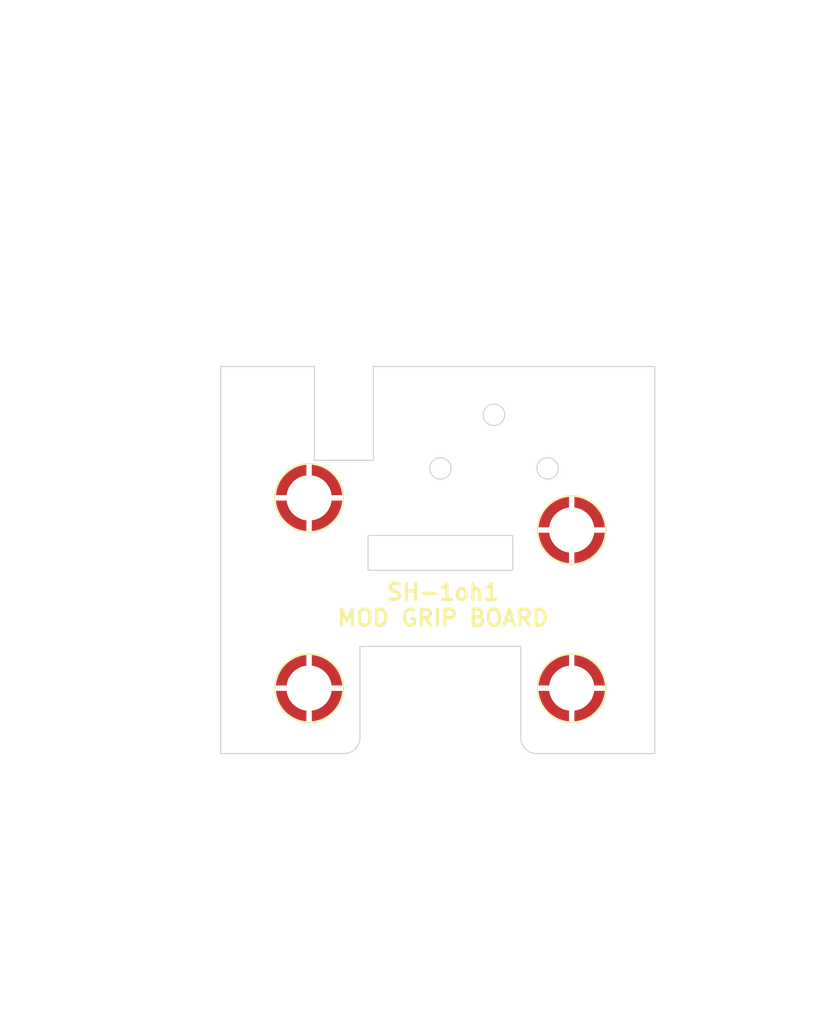
<source format=kicad_pcb>
(kicad_pcb (version 20211014) (generator pcbnew)
  (layers (0 "F.Cu" signal) (31 "B.Cu" signal) (34 "B.Paste" user) (35 "F.Paste" user) (36 "B.SilkS" user "B.Silkscreen") (37 "F.SilkS" user "F.Silkscreen") (38 "B.Mask" user) (39 "F.Mask" user) (44 "Edge.Cuts" user))
  (net 0 "")
  (footprint "MyModules:SMTSO3060CTJ" (layer "F.Cu") (at 8.25 30)
    (fp_text reference "SP2" hide)
    (fp_text value "SMTSO3015CTJ")
    (fp_poly (pts (xy -0.248598 -2.094863) (xy -0.338504 -2.082094) (xy -0.427131 -2.065627) (xy -0.514399 -2.045543) (xy -0.600227 -2.021922) (xy -0.684534 -1.994845) (xy -0.76724 -1.964393) (xy -0.848264 -1.930647) (xy -0.927526 -1.893686) (xy -1.004944 -1.853592) (xy -1.080438 -1.810445) (xy -1.153928 -1.764326) (xy -1.225333 -1.715316) (xy -1.294572 -1.663495) (xy -1.361565 -1.608943) (xy -1.426231 -1.551742) (xy -1.488489 -1.491972) (xy -1.548258 -1.429714) (xy -1.605459 -1.365048) (xy -1.66001 -1.298055) (xy -1.711831 -1.228816) (xy -1.760842 -1.15741) (xy -1.80696 -1.08392) (xy -1.850107 -1.008425) (xy -1.890201 -0.931007) (xy -1.927161 -0.851745) (xy -1.960907 -0.77072) (xy -1.991359 -0.688014) (xy -2.018435 -0.603706) (xy -2.042056 -0.517878) (xy -2.06214 -0.430609) (xy -2.078606 -0.341981) (xy -2.091375 -0.252075) (xy -3.087698 -0.252075) (xy -3.07304 -0.393091) (xy -3.052199 -0.532139) (xy -3.025316 -0.669076) (xy -2.992532 -0.803764) (xy -2.953985 -0.93606) (xy -2.909818 -1.065826) (xy -2.86017 -1.19292) (xy -2.805182 -1.317202) (xy -2.744994 -1.438531) (xy -2.679747 -1.556767) (xy -2.609581 -1.67177) (xy -2.534637 -1.783399) (xy -2.455055 -1.891514) (xy -2.370976 -1.995974) (xy -2.282539 -2.096639) (xy -2.189886 -2.193368) (xy -2.093157 -2.286021) (xy -1.992493 -2.374458) (xy -1.888033 -2.458537) (xy -1.779918 -2.538119) (xy -1.668289 -2.613063) (xy -1.553286 -2.683229) (xy -1.43505 -2.748476) (xy -1.313721 -2.808664) (xy -1.189439 -2.863652) (xy -1.062345 -2.9133) (xy -0.93258 -2.957467) (xy -0.800283 -2.996013) (xy -0.665596 -3.028798) (xy -0.528659 -3.05568) (xy -0.389611 -3.076521) (xy -0.248594 -3.091178)) (layer "F.Cu") (width 0) (fill solid))
    (fp_poly (pts (xy 3.076102 0.389182) (xy 3.055281 0.528249) (xy 3.028416 0.665206) (xy 2.995648 0.799914) (xy 2.957117 0.932231) (xy 2.912963 1.062016) (xy 2.863326 1.189131) (xy 2.808349 1.313433) (xy 2.74817 1.434783) (xy 2.68293 1.55304) (xy 2.61277 1.668064) (xy 2.53783 1.779713) (xy 2.458251 1.887848) (xy 2.374174 1.992328) (xy 2.285738 2.093013) (xy 2.193084 2.189761) (xy 2.096353 2.282433) (xy 1.995685 2.370887) (xy 1.891221 2.454985) (xy 1.7831 2.534584) (xy 1.671465 2.609544) (xy 1.556454 2.679725) (xy 1.438209 2.744987) (xy 1.31687 2.805189) (xy 1.192578 2.86019) (xy 1.065473 2.90985) (xy 0.935695 2.954028) (xy 0.803385 2.992584) (xy 0.668683 3.025378) (xy 0.531731 3.052268) (xy 0.392668 3.073114) (xy 0.251635 3.087777) (xy 0.251638 2.090943) (xy 0.341544 2.078174) (xy 0.430172 2.061707) (xy 0.517439 2.041623) (xy 0.603267 2.018002) (xy 0.687574 1.990925) (xy 0.77028 1.960473) (xy 0.851304 1.926727) (xy 0.930566 1.889766) (xy 1.007984 1.849672) (xy 1.083478 1.806525) (xy 1.156968 1.760406) (xy 1.228373 1.711396) (xy 1.297612 1.659575) (xy 1.364605 1.605023) (xy 1.429271 1.547822) (xy 1.491529 1.488052) (xy 1.551298 1.425794) (xy 1.608499 1.361128) (xy 1.66305 1.294135) (xy 1.714871 1.224895) (xy 1.763882 1.15349) (xy 1.81 1.08) (xy 1.853147 1.004505) (xy 1.893241 0.927086) (xy 1.930201 0.847825) (xy 1.963947 0.7668) (xy 1.994399 0.684094) (xy 2.021476 0.599786) (xy 2.045096 0.513957) (xy 2.06518 0.426689) (xy 2.081647 0.338061) (xy 2.094415 0.248154) (xy 3.090738 0.248147)) (layer "F.Cu") (width 0) (fill solid))
    (fp_poly (pts (xy 0.392668 -3.077028) (xy 0.531731 -3.056182) (xy 0.668683 -3.029292) (xy 0.803385 -2.996499) (xy 0.935695 -2.957944) (xy 1.065473 -2.913767) (xy 1.192578 -2.864107) (xy 1.31687 -2.809107) (xy 1.438209 -2.748906) (xy 1.556454 -2.683645) (xy 1.671465 -2.613464) (xy 1.7831 -2.538504) (xy 1.891221 -2.458906) (xy 1.995685 -2.374809) (xy 2.096353 -2.286355) (xy 2.193084 -2.193684) (xy 2.285738 -2.096936) (xy 2.374174 -1.996252) (xy 2.458251 -1.891773) (xy 2.53783 -1.783638) (xy 2.61277 -1.671989) (xy 2.68293 -1.556966) (xy 2.74817 -1.438709) (xy 2.808349 -1.31736) (xy 2.863326 -1.193058) (xy 2.912963 -1.065943) (xy 2.957117 -0.936158) (xy 2.995648 -0.803841) (xy 3.028416 -0.669134) (xy 3.055281 -0.532177) (xy 3.076102 -0.39311) (xy 3.090738 -0.252075) (xy 2.094415 -0.252082) (xy 2.081646 -0.341988) (xy 2.065179 -0.430615) (xy 2.045095 -0.517883) (xy 2.021474 -0.603711) (xy 1.994398 -0.688018) (xy 1.963946 -0.770724) (xy 1.930199 -0.851748) (xy 1.893238 -0.93101) (xy 1.853144 -1.008428) (xy 1.809998 -1.083922) (xy 1.763879 -1.157412) (xy 1.714869 -1.228817) (xy 1.663047 -1.298056) (xy 1.608496 -1.365049) (xy 1.551295 -1.429714) (xy 1.491525 -1.491972) (xy 1.429267 -1.551742) (xy 1.364602 -1.608943) (xy 1.297609 -1.663494) (xy 1.22837 -1.715315) (xy 1.156965 -1.764325) (xy 1.083475 -1.810443) (xy 1.00798 -1.853589) (xy 0.930562 -1.893683) (xy 0.851301 -1.930643) (xy 0.770277 -1.964389) (xy 0.687571 -1.994841) (xy 0.603263 -2.021917) (xy 0.517436 -2.045537) (xy 0.430168 -2.065621) (xy 0.34154 -2.082087) (xy 0.251635 -2.094856) (xy 0.251635 -3.091689)) (layer "F.Cu") (width 0) (fill solid))
    (fp_poly (pts (xy -2.091375 0.248162) (xy -2.078606 0.338068) (xy -2.062139 0.426695) (xy -2.042055 0.513963) (xy -2.018434 0.599791) (xy -1.991358 0.684098) (xy -1.960906 0.766804) (xy -1.927159 0.847828) (xy -1.890198 0.92709) (xy -1.850104 1.004508) (xy -1.806958 1.080002) (xy -1.760839 1.153492) (xy -1.711829 1.224897) (xy -1.660007 1.294136) (xy -1.605456 1.361129) (xy -1.548255 1.425794) (xy -1.488485 1.488052) (xy -1.426227 1.547822) (xy -1.361561 1.605022) (xy -1.294569 1.659574) (xy -1.22533 1.711394) (xy -1.153925 1.760404) (xy -1.080435 1.806523) (xy -1.00494 1.849669) (xy -0.927522 1.889763) (xy -0.84826 1.926723) (xy -0.767236 1.960469) (xy -0.684531 1.990921) (xy -0.600223 2.017997) (xy -0.514395 2.041617) (xy -0.427128 2.061701) (xy -0.3385 2.078167) (xy -0.248594 2.090935) (xy -0.248594 3.087258) (xy -0.389611 3.0726) (xy -0.528659 3.051759) (xy -0.665596 3.024876) (xy -0.800283 2.992091) (xy -0.93258 2.953544) (xy -1.062345 2.909377) (xy -1.189439 2.859729) (xy -1.313721 2.804741) (xy -1.43505 2.744553) (xy -1.553286 2.679306) (xy -1.668289 2.60914) (xy -1.779918 2.534196) (xy -1.888033 2.454614) (xy -1.992493 2.370534) (xy -2.093157 2.282098) (xy -2.189886 2.189445) (xy -2.282539 2.092716) (xy -2.370976 1.992052) (xy -2.455055 1.887592) (xy -2.534637 1.779477) (xy -2.609581 1.667848) (xy -2.679747 1.552846) (xy -2.744994 1.43461) (xy -2.805182 1.31328) (xy -2.86017 1.188999) (xy -2.909818 1.061905) (xy -2.953985 0.93214) (xy -2.992532 0.799843) (xy -3.025316 0.665156) (xy -3.052199 0.528219) (xy -3.07304 0.389171) (xy -3.087698 0.248154)) (layer "F.Cu") (width 0) (fill solid))
    (fp_circle (center 0.00152 -0.001956) (end 3.20152 -0.001956) (layer "F.SilkS") (width 0.12) (fill none))
    (fp_circle (center 0 0) (end 0.5 0) (layer "Edge.Cuts") (width 0.12) (fill none))
    (pad "" np_thru_hole circle (at 0 0) (size 4.22 4.22) (drill 4.22) (layers *.Mask "F.Cu") (clearance 1.5))
  )
  (footprint "MyModules:SMTSO3060CTJ" (layer "F.Cu") (at 8.25 12.25)
    (fp_text reference "SP1" hide)
    (fp_text value "SMTSO3015CTJ")
    (fp_poly (pts (xy -2.091375 0.248162) (xy -2.078606 0.338068) (xy -2.062139 0.426695) (xy -2.042055 0.513963) (xy -2.018434 0.599791) (xy -1.991358 0.684098) (xy -1.960906 0.766804) (xy -1.927159 0.847828) (xy -1.890198 0.92709) (xy -1.850104 1.004508) (xy -1.806958 1.080002) (xy -1.760839 1.153492) (xy -1.711829 1.224897) (xy -1.660007 1.294136) (xy -1.605456 1.361129) (xy -1.548255 1.425794) (xy -1.488485 1.488052) (xy -1.426227 1.547822) (xy -1.361561 1.605022) (xy -1.294569 1.659574) (xy -1.22533 1.711394) (xy -1.153925 1.760404) (xy -1.080435 1.806523) (xy -1.00494 1.849669) (xy -0.927522 1.889763) (xy -0.84826 1.926723) (xy -0.767236 1.960469) (xy -0.684531 1.990921) (xy -0.600223 2.017997) (xy -0.514395 2.041617) (xy -0.427128 2.061701) (xy -0.3385 2.078167) (xy -0.248594 2.090935) (xy -0.248594 3.087258) (xy -0.389611 3.0726) (xy -0.528659 3.051759) (xy -0.665596 3.024876) (xy -0.800283 2.992091) (xy -0.93258 2.953544) (xy -1.062345 2.909377) (xy -1.189439 2.859729) (xy -1.313721 2.804741) (xy -1.43505 2.744553) (xy -1.553286 2.679306) (xy -1.668289 2.60914) (xy -1.779918 2.534196) (xy -1.888033 2.454614) (xy -1.992493 2.370534) (xy -2.093157 2.282098) (xy -2.189886 2.189445) (xy -2.282539 2.092716) (xy -2.370976 1.992052) (xy -2.455055 1.887592) (xy -2.534637 1.779477) (xy -2.609581 1.667848) (xy -2.679747 1.552846) (xy -2.744994 1.43461) (xy -2.805182 1.31328) (xy -2.86017 1.188999) (xy -2.909818 1.061905) (xy -2.953985 0.93214) (xy -2.992532 0.799843) (xy -3.025316 0.665156) (xy -3.052199 0.528219) (xy -3.07304 0.389171) (xy -3.087698 0.248154)) (layer "F.Cu") (width 0) (fill solid))
    (fp_poly (pts (xy 3.076102 0.389182) (xy 3.055281 0.528249) (xy 3.028416 0.665206) (xy 2.995648 0.799914) (xy 2.957117 0.932231) (xy 2.912963 1.062016) (xy 2.863326 1.189131) (xy 2.808349 1.313433) (xy 2.74817 1.434783) (xy 2.68293 1.55304) (xy 2.61277 1.668064) (xy 2.53783 1.779713) (xy 2.458251 1.887848) (xy 2.374174 1.992328) (xy 2.285738 2.093013) (xy 2.193084 2.189761) (xy 2.096353 2.282433) (xy 1.995685 2.370887) (xy 1.891221 2.454985) (xy 1.7831 2.534584) (xy 1.671465 2.609544) (xy 1.556454 2.679725) (xy 1.438209 2.744987) (xy 1.31687 2.805189) (xy 1.192578 2.86019) (xy 1.065473 2.90985) (xy 0.935695 2.954028) (xy 0.803385 2.992584) (xy 0.668683 3.025378) (xy 0.531731 3.052268) (xy 0.392668 3.073114) (xy 0.251635 3.087777) (xy 0.251638 2.090943) (xy 0.341544 2.078174) (xy 0.430172 2.061707) (xy 0.517439 2.041623) (xy 0.603267 2.018002) (xy 0.687574 1.990925) (xy 0.77028 1.960473) (xy 0.851304 1.926727) (xy 0.930566 1.889766) (xy 1.007984 1.849672) (xy 1.083478 1.806525) (xy 1.156968 1.760406) (xy 1.228373 1.711396) (xy 1.297612 1.659575) (xy 1.364605 1.605023) (xy 1.429271 1.547822) (xy 1.491529 1.488052) (xy 1.551298 1.425794) (xy 1.608499 1.361128) (xy 1.66305 1.294135) (xy 1.714871 1.224895) (xy 1.763882 1.15349) (xy 1.81 1.08) (xy 1.853147 1.004505) (xy 1.893241 0.927086) (xy 1.930201 0.847825) (xy 1.963947 0.7668) (xy 1.994399 0.684094) (xy 2.021476 0.599786) (xy 2.045096 0.513957) (xy 2.06518 0.426689) (xy 2.081647 0.338061) (xy 2.094415 0.248154) (xy 3.090738 0.248147)) (layer "F.Cu") (width 0) (fill solid))
    (fp_poly (pts (xy -0.248598 -2.094863) (xy -0.338504 -2.082094) (xy -0.427131 -2.065627) (xy -0.514399 -2.045543) (xy -0.600227 -2.021922) (xy -0.684534 -1.994845) (xy -0.76724 -1.964393) (xy -0.848264 -1.930647) (xy -0.927526 -1.893686) (xy -1.004944 -1.853592) (xy -1.080438 -1.810445) (xy -1.153928 -1.764326) (xy -1.225333 -1.715316) (xy -1.294572 -1.663495) (xy -1.361565 -1.608943) (xy -1.426231 -1.551742) (xy -1.488489 -1.491972) (xy -1.548258 -1.429714) (xy -1.605459 -1.365048) (xy -1.66001 -1.298055) (xy -1.711831 -1.228816) (xy -1.760842 -1.15741) (xy -1.80696 -1.08392) (xy -1.850107 -1.008425) (xy -1.890201 -0.931007) (xy -1.927161 -0.851745) (xy -1.960907 -0.77072) (xy -1.991359 -0.688014) (xy -2.018435 -0.603706) (xy -2.042056 -0.517878) (xy -2.06214 -0.430609) (xy -2.078606 -0.341981) (xy -2.091375 -0.252075) (xy -3.087698 -0.252075) (xy -3.07304 -0.393091) (xy -3.052199 -0.532139) (xy -3.025316 -0.669076) (xy -2.992532 -0.803764) (xy -2.953985 -0.93606) (xy -2.909818 -1.065826) (xy -2.86017 -1.19292) (xy -2.805182 -1.317202) (xy -2.744994 -1.438531) (xy -2.679747 -1.556767) (xy -2.609581 -1.67177) (xy -2.534637 -1.783399) (xy -2.455055 -1.891514) (xy -2.370976 -1.995974) (xy -2.282539 -2.096639) (xy -2.189886 -2.193368) (xy -2.093157 -2.286021) (xy -1.992493 -2.374458) (xy -1.888033 -2.458537) (xy -1.779918 -2.538119) (xy -1.668289 -2.613063) (xy -1.553286 -2.683229) (xy -1.43505 -2.748476) (xy -1.313721 -2.808664) (xy -1.189439 -2.863652) (xy -1.062345 -2.9133) (xy -0.93258 -2.957467) (xy -0.800283 -2.996013) (xy -0.665596 -3.028798) (xy -0.528659 -3.05568) (xy -0.389611 -3.076521) (xy -0.248594 -3.091178)) (layer "F.Cu") (width 0) (fill solid))
    (fp_poly (pts (xy 0.392668 -3.077028) (xy 0.531731 -3.056182) (xy 0.668683 -3.029292) (xy 0.803385 -2.996499) (xy 0.935695 -2.957944) (xy 1.065473 -2.913767) (xy 1.192578 -2.864107) (xy 1.31687 -2.809107) (xy 1.438209 -2.748906) (xy 1.556454 -2.683645) (xy 1.671465 -2.613464) (xy 1.7831 -2.538504) (xy 1.891221 -2.458906) (xy 1.995685 -2.374809) (xy 2.096353 -2.286355) (xy 2.193084 -2.193684) (xy 2.285738 -2.096936) (xy 2.374174 -1.996252) (xy 2.458251 -1.891773) (xy 2.53783 -1.783638) (xy 2.61277 -1.671989) (xy 2.68293 -1.556966) (xy 2.74817 -1.438709) (xy 2.808349 -1.31736) (xy 2.863326 -1.193058) (xy 2.912963 -1.065943) (xy 2.957117 -0.936158) (xy 2.995648 -0.803841) (xy 3.028416 -0.669134) (xy 3.055281 -0.532177) (xy 3.076102 -0.39311) (xy 3.090738 -0.252075) (xy 2.094415 -0.252082) (xy 2.081646 -0.341988) (xy 2.065179 -0.430615) (xy 2.045095 -0.517883) (xy 2.021474 -0.603711) (xy 1.994398 -0.688018) (xy 1.963946 -0.770724) (xy 1.930199 -0.851748) (xy 1.893238 -0.93101) (xy 1.853144 -1.008428) (xy 1.809998 -1.083922) (xy 1.763879 -1.157412) (xy 1.714869 -1.228817) (xy 1.663047 -1.298056) (xy 1.608496 -1.365049) (xy 1.551295 -1.429714) (xy 1.491525 -1.491972) (xy 1.429267 -1.551742) (xy 1.364602 -1.608943) (xy 1.297609 -1.663494) (xy 1.22837 -1.715315) (xy 1.156965 -1.764325) (xy 1.083475 -1.810443) (xy 1.00798 -1.853589) (xy 0.930562 -1.893683) (xy 0.851301 -1.930643) (xy 0.770277 -1.964389) (xy 0.687571 -1.994841) (xy 0.603263 -2.021917) (xy 0.517436 -2.045537) (xy 0.430168 -2.065621) (xy 0.34154 -2.082087) (xy 0.251635 -2.094856) (xy 0.251635 -3.091689)) (layer "F.Cu") (width 0) (fill solid))
    (fp_circle (center 0.00152 -0.001956) (end 3.20152 -0.001956) (layer "F.SilkS") (width 0.12) (fill none))
    (fp_circle (center 0 0) (end 0.5 0) (layer "Edge.Cuts") (width 0.12) (fill none))
    (pad "" np_thru_hole circle (at 0 0) (size 4.22 4.22) (drill 4.22) (layers *.Mask "F.Cu") (clearance 1.5))
  )
  (footprint "MyModules:SMTSO3060CTJ" (layer "F.Cu") (at 32.75 30)
    (fp_text reference "SP4" hide)
    (fp_text value "SMTSO3015CTJ")
    (fp_poly (pts (xy -0.248598 -2.094863) (xy -0.338504 -2.082094) (xy -0.427131 -2.065627) (xy -0.514399 -2.045543) (xy -0.600227 -2.021922) (xy -0.684534 -1.994845) (xy -0.76724 -1.964393) (xy -0.848264 -1.930647) (xy -0.927526 -1.893686) (xy -1.004944 -1.853592) (xy -1.080438 -1.810445) (xy -1.153928 -1.764326) (xy -1.225333 -1.715316) (xy -1.294572 -1.663495) (xy -1.361565 -1.608943) (xy -1.426231 -1.551742) (xy -1.488489 -1.491972) (xy -1.548258 -1.429714) (xy -1.605459 -1.365048) (xy -1.66001 -1.298055) (xy -1.711831 -1.228816) (xy -1.760842 -1.15741) (xy -1.80696 -1.08392) (xy -1.850107 -1.008425) (xy -1.890201 -0.931007) (xy -1.927161 -0.851745) (xy -1.960907 -0.77072) (xy -1.991359 -0.688014) (xy -2.018435 -0.603706) (xy -2.042056 -0.517878) (xy -2.06214 -0.430609) (xy -2.078606 -0.341981) (xy -2.091375 -0.252075) (xy -3.087698 -0.252075) (xy -3.07304 -0.393091) (xy -3.052199 -0.532139) (xy -3.025316 -0.669076) (xy -2.992532 -0.803764) (xy -2.953985 -0.93606) (xy -2.909818 -1.065826) (xy -2.86017 -1.19292) (xy -2.805182 -1.317202) (xy -2.744994 -1.438531) (xy -2.679747 -1.556767) (xy -2.609581 -1.67177) (xy -2.534637 -1.783399) (xy -2.455055 -1.891514) (xy -2.370976 -1.995974) (xy -2.282539 -2.096639) (xy -2.189886 -2.193368) (xy -2.093157 -2.286021) (xy -1.992493 -2.374458) (xy -1.888033 -2.458537) (xy -1.779918 -2.538119) (xy -1.668289 -2.613063) (xy -1.553286 -2.683229) (xy -1.43505 -2.748476) (xy -1.313721 -2.808664) (xy -1.189439 -2.863652) (xy -1.062345 -2.9133) (xy -0.93258 -2.957467) (xy -0.800283 -2.996013) (xy -0.665596 -3.028798) (xy -0.528659 -3.05568) (xy -0.389611 -3.076521) (xy -0.248594 -3.091178)) (layer "F.Cu") (width 0) (fill solid))
    (fp_poly (pts (xy 0.392668 -3.077028) (xy 0.531731 -3.056182) (xy 0.668683 -3.029292) (xy 0.803385 -2.996499) (xy 0.935695 -2.957944) (xy 1.065473 -2.913767) (xy 1.192578 -2.864107) (xy 1.31687 -2.809107) (xy 1.438209 -2.748906) (xy 1.556454 -2.683645) (xy 1.671465 -2.613464) (xy 1.7831 -2.538504) (xy 1.891221 -2.458906) (xy 1.995685 -2.374809) (xy 2.096353 -2.286355) (xy 2.193084 -2.193684) (xy 2.285738 -2.096936) (xy 2.374174 -1.996252) (xy 2.458251 -1.891773) (xy 2.53783 -1.783638) (xy 2.61277 -1.671989) (xy 2.68293 -1.556966) (xy 2.74817 -1.438709) (xy 2.808349 -1.31736) (xy 2.863326 -1.193058) (xy 2.912963 -1.065943) (xy 2.957117 -0.936158) (xy 2.995648 -0.803841) (xy 3.028416 -0.669134) (xy 3.055281 -0.532177) (xy 3.076102 -0.39311) (xy 3.090738 -0.252075) (xy 2.094415 -0.252082) (xy 2.081646 -0.341988) (xy 2.065179 -0.430615) (xy 2.045095 -0.517883) (xy 2.021474 -0.603711) (xy 1.994398 -0.688018) (xy 1.963946 -0.770724) (xy 1.930199 -0.851748) (xy 1.893238 -0.93101) (xy 1.853144 -1.008428) (xy 1.809998 -1.083922) (xy 1.763879 -1.157412) (xy 1.714869 -1.228817) (xy 1.663047 -1.298056) (xy 1.608496 -1.365049) (xy 1.551295 -1.429714) (xy 1.491525 -1.491972) (xy 1.429267 -1.551742) (xy 1.364602 -1.608943) (xy 1.297609 -1.663494) (xy 1.22837 -1.715315) (xy 1.156965 -1.764325) (xy 1.083475 -1.810443) (xy 1.00798 -1.853589) (xy 0.930562 -1.893683) (xy 0.851301 -1.930643) (xy 0.770277 -1.964389) (xy 0.687571 -1.994841) (xy 0.603263 -2.021917) (xy 0.517436 -2.045537) (xy 0.430168 -2.065621) (xy 0.34154 -2.082087) (xy 0.251635 -2.094856) (xy 0.251635 -3.091689)) (layer "F.Cu") (width 0) (fill solid))
    (fp_poly (pts (xy -2.091375 0.248162) (xy -2.078606 0.338068) (xy -2.062139 0.426695) (xy -2.042055 0.513963) (xy -2.018434 0.599791) (xy -1.991358 0.684098) (xy -1.960906 0.766804) (xy -1.927159 0.847828) (xy -1.890198 0.92709) (xy -1.850104 1.004508) (xy -1.806958 1.080002) (xy -1.760839 1.153492) (xy -1.711829 1.224897) (xy -1.660007 1.294136) (xy -1.605456 1.361129) (xy -1.548255 1.425794) (xy -1.488485 1.488052) (xy -1.426227 1.547822) (xy -1.361561 1.605022) (xy -1.294569 1.659574) (xy -1.22533 1.711394) (xy -1.153925 1.760404) (xy -1.080435 1.806523) (xy -1.00494 1.849669) (xy -0.927522 1.889763) (xy -0.84826 1.926723) (xy -0.767236 1.960469) (xy -0.684531 1.990921) (xy -0.600223 2.017997) (xy -0.514395 2.041617) (xy -0.427128 2.061701) (xy -0.3385 2.078167) (xy -0.248594 2.090935) (xy -0.248594 3.087258) (xy -0.389611 3.0726) (xy -0.528659 3.051759) (xy -0.665596 3.024876) (xy -0.800283 2.992091) (xy -0.93258 2.953544) (xy -1.062345 2.909377) (xy -1.189439 2.859729) (xy -1.313721 2.804741) (xy -1.43505 2.744553) (xy -1.553286 2.679306) (xy -1.668289 2.60914) (xy -1.779918 2.534196) (xy -1.888033 2.454614) (xy -1.992493 2.370534) (xy -2.093157 2.282098) (xy -2.189886 2.189445) (xy -2.282539 2.092716) (xy -2.370976 1.992052) (xy -2.455055 1.887592) (xy -2.534637 1.779477) (xy -2.609581 1.667848) (xy -2.679747 1.552846) (xy -2.744994 1.43461) (xy -2.805182 1.31328) (xy -2.86017 1.188999) (xy -2.909818 1.061905) (xy -2.953985 0.93214) (xy -2.992532 0.799843) (xy -3.025316 0.665156) (xy -3.052199 0.528219) (xy -3.07304 0.389171) (xy -3.087698 0.248154)) (layer "F.Cu") (width 0) (fill solid))
    (fp_poly (pts (xy 3.076102 0.389182) (xy 3.055281 0.528249) (xy 3.028416 0.665206) (xy 2.995648 0.799914) (xy 2.957117 0.932231) (xy 2.912963 1.062016) (xy 2.863326 1.189131) (xy 2.808349 1.313433) (xy 2.74817 1.434783) (xy 2.68293 1.55304) (xy 2.61277 1.668064) (xy 2.53783 1.779713) (xy 2.458251 1.887848) (xy 2.374174 1.992328) (xy 2.285738 2.093013) (xy 2.193084 2.189761) (xy 2.096353 2.282433) (xy 1.995685 2.370887) (xy 1.891221 2.454985) (xy 1.7831 2.534584) (xy 1.671465 2.609544) (xy 1.556454 2.679725) (xy 1.438209 2.744987) (xy 1.31687 2.805189) (xy 1.192578 2.86019) (xy 1.065473 2.90985) (xy 0.935695 2.954028) (xy 0.803385 2.992584) (xy 0.668683 3.025378) (xy 0.531731 3.052268) (xy 0.392668 3.073114) (xy 0.251635 3.087777) (xy 0.251638 2.090943) (xy 0.341544 2.078174) (xy 0.430172 2.061707) (xy 0.517439 2.041623) (xy 0.603267 2.018002) (xy 0.687574 1.990925) (xy 0.77028 1.960473) (xy 0.851304 1.926727) (xy 0.930566 1.889766) (xy 1.007984 1.849672) (xy 1.083478 1.806525) (xy 1.156968 1.760406) (xy 1.228373 1.711396) (xy 1.297612 1.659575) (xy 1.364605 1.605023) (xy 1.429271 1.547822) (xy 1.491529 1.488052) (xy 1.551298 1.425794) (xy 1.608499 1.361128) (xy 1.66305 1.294135) (xy 1.714871 1.224895) (xy 1.763882 1.15349) (xy 1.81 1.08) (xy 1.853147 1.004505) (xy 1.893241 0.927086) (xy 1.930201 0.847825) (xy 1.963947 0.7668) (xy 1.994399 0.684094) (xy 2.021476 0.599786) (xy 2.045096 0.513957) (xy 2.06518 0.426689) (xy 2.081647 0.338061) (xy 2.094415 0.248154) (xy 3.090738 0.248147)) (layer "F.Cu") (width 0) (fill solid))
    (fp_circle (center 0.00152 -0.001956) (end 3.20152 -0.001956) (layer "F.SilkS") (width 0.12) (fill none))
    (fp_circle (center 0 0) (end 0.5 0) (layer "Edge.Cuts") (width 0.12) (fill none))
    (pad "" np_thru_hole circle (at 0 0) (size 4.22 4.22) (drill 4.22) (layers *.Mask "F.Cu") (clearance 1.5))
  )
  (footprint "MyModules:SMTSO3060CTJ" (layer "F.Cu") (at 32.75 15.25)
    (fp_text reference "SP3" hide)
    (fp_text value "SMTSO3015CTJ")
    (fp_poly (pts (xy 0.392668 -3.077028) (xy 0.531731 -3.056182) (xy 0.668683 -3.029292) (xy 0.803385 -2.996499) (xy 0.935695 -2.957944) (xy 1.065473 -2.913767) (xy 1.192578 -2.864107) (xy 1.31687 -2.809107) (xy 1.438209 -2.748906) (xy 1.556454 -2.683645) (xy 1.671465 -2.613464) (xy 1.7831 -2.538504) (xy 1.891221 -2.458906) (xy 1.995685 -2.374809) (xy 2.096353 -2.286355) (xy 2.193084 -2.193684) (xy 2.285738 -2.096936) (xy 2.374174 -1.996252) (xy 2.458251 -1.891773) (xy 2.53783 -1.783638) (xy 2.61277 -1.671989) (xy 2.68293 -1.556966) (xy 2.74817 -1.438709) (xy 2.808349 -1.31736) (xy 2.863326 -1.193058) (xy 2.912963 -1.065943) (xy 2.957117 -0.936158) (xy 2.995648 -0.803841) (xy 3.028416 -0.669134) (xy 3.055281 -0.532177) (xy 3.076102 -0.39311) (xy 3.090738 -0.252075) (xy 2.094415 -0.252082) (xy 2.081646 -0.341988) (xy 2.065179 -0.430615) (xy 2.045095 -0.517883) (xy 2.021474 -0.603711) (xy 1.994398 -0.688018) (xy 1.963946 -0.770724) (xy 1.930199 -0.851748) (xy 1.893238 -0.93101) (xy 1.853144 -1.008428) (xy 1.809998 -1.083922) (xy 1.763879 -1.157412) (xy 1.714869 -1.228817) (xy 1.663047 -1.298056) (xy 1.608496 -1.365049) (xy 1.551295 -1.429714) (xy 1.491525 -1.491972) (xy 1.429267 -1.551742) (xy 1.364602 -1.608943) (xy 1.297609 -1.663494) (xy 1.22837 -1.715315) (xy 1.156965 -1.764325) (xy 1.083475 -1.810443) (xy 1.00798 -1.853589) (xy 0.930562 -1.893683) (xy 0.851301 -1.930643) (xy 0.770277 -1.964389) (xy 0.687571 -1.994841) (xy 0.603263 -2.021917) (xy 0.517436 -2.045537) (xy 0.430168 -2.065621) (xy 0.34154 -2.082087) (xy 0.251635 -2.094856) (xy 0.251635 -3.091689)) (layer "F.Cu") (width 0) (fill solid))
    (fp_poly (pts (xy 3.076102 0.389182) (xy 3.055281 0.528249) (xy 3.028416 0.665206) (xy 2.995648 0.799914) (xy 2.957117 0.932231) (xy 2.912963 1.062016) (xy 2.863326 1.189131) (xy 2.808349 1.313433) (xy 2.74817 1.434783) (xy 2.68293 1.55304) (xy 2.61277 1.668064) (xy 2.53783 1.779713) (xy 2.458251 1.887848) (xy 2.374174 1.992328) (xy 2.285738 2.093013) (xy 2.193084 2.189761) (xy 2.096353 2.282433) (xy 1.995685 2.370887) (xy 1.891221 2.454985) (xy 1.7831 2.534584) (xy 1.671465 2.609544) (xy 1.556454 2.679725) (xy 1.438209 2.744987) (xy 1.31687 2.805189) (xy 1.192578 2.86019) (xy 1.065473 2.90985) (xy 0.935695 2.954028) (xy 0.803385 2.992584) (xy 0.668683 3.025378) (xy 0.531731 3.052268) (xy 0.392668 3.073114) (xy 0.251635 3.087777) (xy 0.251638 2.090943) (xy 0.341544 2.078174) (xy 0.430172 2.061707) (xy 0.517439 2.041623) (xy 0.603267 2.018002) (xy 0.687574 1.990925) (xy 0.77028 1.960473) (xy 0.851304 1.926727) (xy 0.930566 1.889766) (xy 1.007984 1.849672) (xy 1.083478 1.806525) (xy 1.156968 1.760406) (xy 1.228373 1.711396) (xy 1.297612 1.659575) (xy 1.364605 1.605023) (xy 1.429271 1.547822) (xy 1.491529 1.488052) (xy 1.551298 1.425794) (xy 1.608499 1.361128) (xy 1.66305 1.294135) (xy 1.714871 1.224895) (xy 1.763882 1.15349) (xy 1.81 1.08) (xy 1.853147 1.004505) (xy 1.893241 0.927086) (xy 1.930201 0.847825) (xy 1.963947 0.7668) (xy 1.994399 0.684094) (xy 2.021476 0.599786) (xy 2.045096 0.513957) (xy 2.06518 0.426689) (xy 2.081647 0.338061) (xy 2.094415 0.248154) (xy 3.090738 0.248147)) (layer "F.Cu") (width 0) (fill solid))
    (fp_poly (pts (xy -2.091375 0.248162) (xy -2.078606 0.338068) (xy -2.062139 0.426695) (xy -2.042055 0.513963) (xy -2.018434 0.599791) (xy -1.991358 0.684098) (xy -1.960906 0.766804) (xy -1.927159 0.847828) (xy -1.890198 0.92709) (xy -1.850104 1.004508) (xy -1.806958 1.080002) (xy -1.760839 1.153492) (xy -1.711829 1.224897) (xy -1.660007 1.294136) (xy -1.605456 1.361129) (xy -1.548255 1.425794) (xy -1.488485 1.488052) (xy -1.426227 1.547822) (xy -1.361561 1.605022) (xy -1.294569 1.659574) (xy -1.22533 1.711394) (xy -1.153925 1.760404) (xy -1.080435 1.806523) (xy -1.00494 1.849669) (xy -0.927522 1.889763) (xy -0.84826 1.926723) (xy -0.767236 1.960469) (xy -0.684531 1.990921) (xy -0.600223 2.017997) (xy -0.514395 2.041617) (xy -0.427128 2.061701) (xy -0.3385 2.078167) (xy -0.248594 2.090935) (xy -0.248594 3.087258) (xy -0.389611 3.0726) (xy -0.528659 3.051759) (xy -0.665596 3.024876) (xy -0.800283 2.992091) (xy -0.93258 2.953544) (xy -1.062345 2.909377) (xy -1.189439 2.859729) (xy -1.313721 2.804741) (xy -1.43505 2.744553) (xy -1.553286 2.679306) (xy -1.668289 2.60914) (xy -1.779918 2.534196) (xy -1.888033 2.454614) (xy -1.992493 2.370534) (xy -2.093157 2.282098) (xy -2.189886 2.189445) (xy -2.282539 2.092716) (xy -2.370976 1.992052) (xy -2.455055 1.887592) (xy -2.534637 1.779477) (xy -2.609581 1.667848) (xy -2.679747 1.552846) (xy -2.744994 1.43461) (xy -2.805182 1.31328) (xy -2.86017 1.188999) (xy -2.909818 1.061905) (xy -2.953985 0.93214) (xy -2.992532 0.799843) (xy -3.025316 0.665156) (xy -3.052199 0.528219) (xy -3.07304 0.389171) (xy -3.087698 0.248154)) (layer "F.Cu") (width 0) (fill solid))
    (fp_poly (pts (xy -0.248598 -2.094863) (xy -0.338504 -2.082094) (xy -0.427131 -2.065627) (xy -0.514399 -2.045543) (xy -0.600227 -2.021922) (xy -0.684534 -1.994845) (xy -0.76724 -1.964393) (xy -0.848264 -1.930647) (xy -0.927526 -1.893686) (xy -1.004944 -1.853592) (xy -1.080438 -1.810445) (xy -1.153928 -1.764326) (xy -1.225333 -1.715316) (xy -1.294572 -1.663495) (xy -1.361565 -1.608943) (xy -1.426231 -1.551742) (xy -1.488489 -1.491972) (xy -1.548258 -1.429714) (xy -1.605459 -1.365048) (xy -1.66001 -1.298055) (xy -1.711831 -1.228816) (xy -1.760842 -1.15741) (xy -1.80696 -1.08392) (xy -1.850107 -1.008425) (xy -1.890201 -0.931007) (xy -1.927161 -0.851745) (xy -1.960907 -0.77072) (xy -1.991359 -0.688014) (xy -2.018435 -0.603706) (xy -2.042056 -0.517878) (xy -2.06214 -0.430609) (xy -2.078606 -0.341981) (xy -2.091375 -0.252075) (xy -3.087698 -0.252075) (xy -3.07304 -0.393091) (xy -3.052199 -0.532139) (xy -3.025316 -0.669076) (xy -2.992532 -0.803764) (xy -2.953985 -0.93606) (xy -2.909818 -1.065826) (xy -2.86017 -1.19292) (xy -2.805182 -1.317202) (xy -2.744994 -1.438531) (xy -2.679747 -1.556767) (xy -2.609581 -1.67177) (xy -2.534637 -1.783399) (xy -2.455055 -1.891514) (xy -2.370976 -1.995974) (xy -2.282539 -2.096639) (xy -2.189886 -2.193368) (xy -2.093157 -2.286021) (xy -1.992493 -2.374458) (xy -1.888033 -2.458537) (xy -1.779918 -2.538119) (xy -1.668289 -2.613063) (xy -1.553286 -2.683229) (xy -1.43505 -2.748476) (xy -1.313721 -2.808664) (xy -1.189439 -2.863652) (xy -1.062345 -2.9133) (xy -0.93258 -2.957467) (xy -0.800283 -2.996013) (xy -0.665596 -3.028798) (xy -0.528659 -3.05568) (xy -0.389611 -3.076521) (xy -0.248594 -3.091178)) (layer "F.Cu") (width 0) (fill solid))
    (fp_circle (center 0.00152 -0.001956) (end 3.20152 -0.001956) (layer "F.SilkS") (width 0.12) (fill none))
    (fp_circle (center 0 0) (end 0.5 0) (layer "Edge.Cuts") (width 0.12) (fill none))
    (pad "" np_thru_hole circle (at 0 0) (size 4.22 4.22) (drill 4.22) (layers *.Mask "F.Cu") (clearance 1.5))
  )
  (gr_line (start 0 36.1) (end 11.5 36.1) (layer "Edge.Cuts") (width 0.1))
  (gr_line (start 13 26.1) (end 28 26.1) (layer "Edge.Cuts") (width 0.1))
  (gr_circle (center 30.5 9.5) (end 31.5 9.5) (layer "Edge.Cuts") (width 0.1) (fill none))
  (gr_line (start 0 0) (end 8.75 0) (layer "Edge.Cuts") (width 0.1))
  (gr_line (start 29.5 36.1) (end 40.5 36.1) (layer "Edge.Cuts") (width 0.1))
  (gr_circle (center 25.5 4.5) (end 26.5 4.5) (layer "Edge.Cuts") (width 0.1) (fill none))
  (gr_line (start 28 26.1) (end 28 34.6) (layer "Edge.Cuts") (width 0.1))
  (gr_line (start 40.5 0) (end 40.5 36.1) (layer "Edge.Cuts") (width 0.1))
  (gr_circle (center 20.5 9.5) (end 21.5 9.5) (layer "Edge.Cuts") (width 0.1) (fill none))
  (gr_arc (start 13 34.6) (mid 12.56066 35.66066) (end 11.5 36.1) (layer "Edge.Cuts") (width 0.1))
  (gr_line (start 0 0) (end 0 36.1) (layer "Edge.Cuts") (width 0.1))
  (gr_line (start 8.75 8.75) (end 14.25 8.75) (layer "Edge.Cuts") (width 0.1))
  (gr_line (start 14.25 8.75) (end 14.25 0) (layer "Edge.Cuts") (width 0.1))
  (gr_line (start 13 34.6) (end 13 26.1) (layer "Edge.Cuts") (width 0.1))
  (gr_line (start 14.25 0) (end 40.5 0) (layer "Edge.Cuts") (width 0.1))
  (gr_line (start 8.75 0) (end 8.75 8.75) (layer "Edge.Cuts") (width 0.1))
  (gr_arc (start 29.5 36.1) (mid 28.43934 35.66066) (end 28 34.6) (layer "Edge.Cuts") (width 0.1))
  (gr_rect (start 13.75 15.75) (end 27.25 19) (layer "Edge.Cuts") (width 0.1) (fill none))
  (gr_text "SH-1oh1\nMOD GRIP BOARD" (at 20.75 22.25) (layer "F.SilkS") (effects (font (size 1.5 1.5) (thickness 0.3))))
)
</source>
